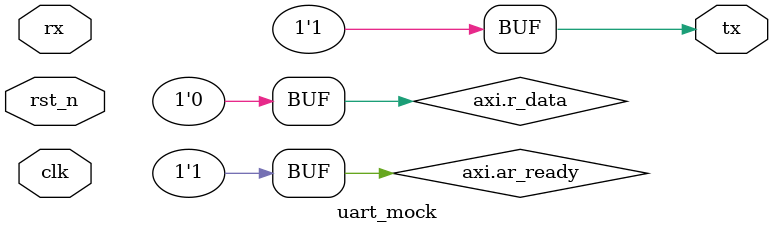
<source format=sv>

module uart_mock (
    input           clk     ,
    input           rst_n   ,
    AXI_LITE.Slave  axi     ,
    output          tx      ,
    input           rx           
);

assign tx  = 1'b1;

logic addr_valid, data_valid;
logic aw_valid, w_valid, b_valid;

logic [4 : 0] addr;
logic [7 : 0] data;

assign aw_valid = axi.aw_ready & axi.aw_valid;
assign w_valid = axi.w_ready & axi.w_valid;
assign b_valid = axi.b_ready & axi.b_valid;

assign axi.aw_ready = ~addr_valid;
assign axi.w_ready = ~data_valid;
assign axi.b_valid = addr_valid & data_valid;

always_ff @( posedge clk, negedge rst_n )
    if ( ~rst_n )       addr_valid <= 'd0;      else
    if ( aw_valid )     addr_valid <= 'd1;      else
    if ( b_valid )      addr_valid <= 'd0;

always_ff @( posedge clk, negedge rst_n )
    if ( ~rst_n )       addr <= 'd0;                    else
    if ( aw_valid )     addr <= axi.aw_addr[4 : 0];     else
    if ( b_valid )      addr <= 'd0;

always_ff @( posedge clk, negedge rst_n )
    if ( ~rst_n )       data_valid <= 'd0;      else
    if ( w_valid )      data_valid <= 'd1;      else
    if ( b_valid )      data_valid <= 'd0;

always_ff @( posedge clk, negedge rst_n )
    if ( ~rst_n )       data <= 'd0;                else
    if ( w_valid )      data <= axi.w_data[7 : 0];  else
    if ( b_valid )      data <= 'd0;

always_ff @( posedge clk )
    if ( addr_valid & data_valid & addr == 'h04 )
        $write("%c", data);

always_ff @( posedge clk, negedge rst_n )
    if ( ~rst_n )       axi.r_valid <= 'd0;         else
    if ( axi.ar_valid ) axi.r_valid <= 'd1;         else
    if ( axi.r_valid )  axi.r_valid <= 'd0;

assign axi.r_data = 'd4;
assign axi.ar_ready = 1'b1;

endmodule
</source>
